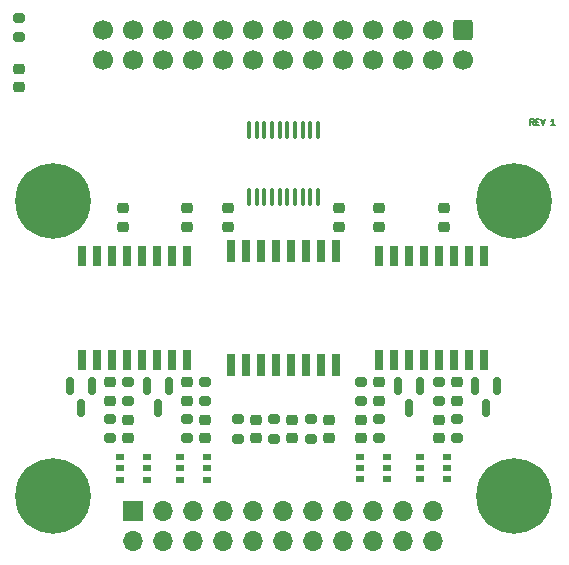
<source format=gbr>
%TF.GenerationSoftware,KiCad,Pcbnew,8.0.1-rc1*%
%TF.CreationDate,2024-04-23T21:38:59-07:00*%
%TF.ProjectId,DSS-SSR4E,4453532d-5353-4523-9445-2e6b69636164,rev?*%
%TF.SameCoordinates,Original*%
%TF.FileFunction,Soldermask,Top*%
%TF.FilePolarity,Negative*%
%FSLAX46Y46*%
G04 Gerber Fmt 4.6, Leading zero omitted, Abs format (unit mm)*
G04 Created by KiCad (PCBNEW 8.0.1-rc1) date 2024-04-23 21:38:59*
%MOMM*%
%LPD*%
G01*
G04 APERTURE LIST*
G04 Aperture macros list*
%AMRoundRect*
0 Rectangle with rounded corners*
0 $1 Rounding radius*
0 $2 $3 $4 $5 $6 $7 $8 $9 X,Y pos of 4 corners*
0 Add a 4 corners polygon primitive as box body*
4,1,4,$2,$3,$4,$5,$6,$7,$8,$9,$2,$3,0*
0 Add four circle primitives for the rounded corners*
1,1,$1+$1,$2,$3*
1,1,$1+$1,$4,$5*
1,1,$1+$1,$6,$7*
1,1,$1+$1,$8,$9*
0 Add four rect primitives between the rounded corners*
20,1,$1+$1,$2,$3,$4,$5,0*
20,1,$1+$1,$4,$5,$6,$7,0*
20,1,$1+$1,$6,$7,$8,$9,0*
20,1,$1+$1,$8,$9,$2,$3,0*%
G04 Aperture macros list end*
%ADD10C,0.127000*%
%ADD11RoundRect,0.150000X-0.150000X0.587500X-0.150000X-0.587500X0.150000X-0.587500X0.150000X0.587500X0*%
%ADD12C,0.800000*%
%ADD13C,6.400000*%
%ADD14RoundRect,0.225000X0.250000X-0.225000X0.250000X0.225000X-0.250000X0.225000X-0.250000X-0.225000X0*%
%ADD15RoundRect,0.200000X0.275000X-0.200000X0.275000X0.200000X-0.275000X0.200000X-0.275000X-0.200000X0*%
%ADD16RoundRect,0.200000X-0.275000X0.200000X-0.275000X-0.200000X0.275000X-0.200000X0.275000X0.200000X0*%
%ADD17RoundRect,0.042840X0.314160X-0.896660X0.314160X0.896660X-0.314160X0.896660X-0.314160X-0.896660X0*%
%ADD18R,0.700000X0.510000*%
%ADD19RoundRect,0.218750X-0.256250X0.218750X-0.256250X-0.218750X0.256250X-0.218750X0.256250X0.218750X0*%
%ADD20RoundRect,0.218750X0.256250X-0.218750X0.256250X0.218750X-0.256250X0.218750X-0.256250X-0.218750X0*%
%ADD21RoundRect,0.225000X-0.250000X0.225000X-0.250000X-0.225000X0.250000X-0.225000X0.250000X0.225000X0*%
%ADD22RoundRect,0.100000X-0.100000X0.637500X-0.100000X-0.637500X0.100000X-0.637500X0.100000X0.637500X0*%
%ADD23R,0.760000X1.700000*%
%ADD24RoundRect,0.250000X-0.600000X0.600000X-0.600000X-0.600000X0.600000X-0.600000X0.600000X0.600000X0*%
%ADD25C,1.700000*%
%ADD26R,1.700000X1.700000*%
%ADD27O,1.700000X1.700000*%
G04 APERTURE END LIST*
D10*
X245706790Y-86996226D02*
X245537456Y-86754321D01*
X245416504Y-86996226D02*
X245416504Y-86488226D01*
X245416504Y-86488226D02*
X245610028Y-86488226D01*
X245610028Y-86488226D02*
X245658409Y-86512416D01*
X245658409Y-86512416D02*
X245682599Y-86536607D01*
X245682599Y-86536607D02*
X245706790Y-86584988D01*
X245706790Y-86584988D02*
X245706790Y-86657559D01*
X245706790Y-86657559D02*
X245682599Y-86705940D01*
X245682599Y-86705940D02*
X245658409Y-86730131D01*
X245658409Y-86730131D02*
X245610028Y-86754321D01*
X245610028Y-86754321D02*
X245416504Y-86754321D01*
X245924504Y-86730131D02*
X246093837Y-86730131D01*
X246166409Y-86996226D02*
X245924504Y-86996226D01*
X245924504Y-86996226D02*
X245924504Y-86488226D01*
X245924504Y-86488226D02*
X246166409Y-86488226D01*
X246311551Y-86488226D02*
X246480885Y-86996226D01*
X246480885Y-86996226D02*
X246650218Y-86488226D01*
X247472695Y-86996226D02*
X247182409Y-86996226D01*
X247327552Y-86996226D02*
X247327552Y-86488226D01*
X247327552Y-86488226D02*
X247279171Y-86560797D01*
X247279171Y-86560797D02*
X247230790Y-86609178D01*
X247230790Y-86609178D02*
X247182409Y-86633369D01*
D11*
%TO.C,D3*%
X214818400Y-109063700D03*
X212918400Y-109063700D03*
X213868400Y-110938700D03*
%TD*%
D12*
%TO.C,H2*%
X244018200Y-91015000D03*
X245715256Y-91717944D03*
X242321144Y-91717944D03*
X246418200Y-93415000D03*
D13*
X244018200Y-93415000D03*
D12*
X241618200Y-93415000D03*
X245715256Y-95112056D03*
X242321144Y-95112056D03*
X244018200Y-95815000D03*
X244018200Y-116015000D03*
X245715256Y-116717944D03*
X242321144Y-116717944D03*
X246418200Y-118415000D03*
D13*
X244018200Y-118415000D03*
D12*
X241618200Y-118415000D03*
X245715256Y-120112056D03*
X242321144Y-120112056D03*
X244018200Y-120815000D03*
%TD*%
D14*
%TO.C,C12*%
X225273000Y-113494000D03*
X225273000Y-111944000D03*
%TD*%
D15*
%TO.C,R1*%
X202133600Y-79558800D03*
X202133600Y-77908800D03*
%TD*%
D16*
%TO.C,R4*%
X226809700Y-111894000D03*
X226809700Y-113544000D03*
%TD*%
D14*
%TO.C,C7*%
X209855200Y-110319000D03*
X209855200Y-108769000D03*
%TD*%
D17*
%TO.C,U2*%
X220066000Y-107335000D03*
X221336000Y-107335000D03*
X222606000Y-107335000D03*
X223876000Y-107335000D03*
X225146000Y-107335000D03*
X226416000Y-107335000D03*
X227686000Y-107335000D03*
X228956000Y-107335000D03*
X228956000Y-97610000D03*
X227686000Y-97610000D03*
X226416000Y-97610000D03*
X225146000Y-97610000D03*
X223876000Y-97610000D03*
X222606000Y-97610000D03*
X221336000Y-97610000D03*
X220066000Y-97610000D03*
%TD*%
D16*
%TO.C,R10*%
X217907000Y-108719000D03*
X217907000Y-110369000D03*
%TD*%
%TO.C,R8*%
X239166800Y-111855900D03*
X239166800Y-113505900D03*
%TD*%
D14*
%TO.C,C4*%
X229210000Y-95587000D03*
X229210000Y-94037000D03*
%TD*%
D18*
%TO.C,Q4*%
X238371000Y-116971000D03*
X238371000Y-116021000D03*
X238371000Y-115071000D03*
X236051000Y-115071000D03*
X236051000Y-116021000D03*
X236051000Y-116971000D03*
%TD*%
%TO.C,Q2*%
X215723110Y-115100049D03*
X215723110Y-116050049D03*
X215723110Y-117000049D03*
X218043110Y-117000049D03*
X218043110Y-116050049D03*
X218043110Y-115100049D03*
%TD*%
D14*
%TO.C,C2*%
X216383000Y-95587000D03*
X216383000Y-94037000D03*
%TD*%
D16*
%TO.C,R11*%
X231115000Y-108719000D03*
X231115000Y-110369000D03*
%TD*%
%TO.C,R2*%
X220688300Y-111894000D03*
X220688300Y-113544000D03*
%TD*%
D11*
%TO.C,D5*%
X242606000Y-109063700D03*
X240706000Y-109063700D03*
X241656000Y-110938700D03*
%TD*%
D14*
%TO.C,C6*%
X238100000Y-95587000D03*
X238100000Y-94037000D03*
%TD*%
D11*
%TO.C,D4*%
X236103600Y-109063700D03*
X234203600Y-109063700D03*
X235153600Y-110938700D03*
%TD*%
D14*
%TO.C,C11*%
X222212300Y-113494000D03*
X222212300Y-111944000D03*
%TD*%
D12*
%TO.C,H1*%
X205003800Y-91011800D03*
X206700856Y-91714744D03*
X203306744Y-91714744D03*
X207403800Y-93411800D03*
D13*
X205003800Y-93411800D03*
D12*
X202603800Y-93411800D03*
X206700856Y-95108856D03*
X203306744Y-95108856D03*
X205003800Y-95811800D03*
X205003800Y-116011800D03*
X206700856Y-116714744D03*
X203306744Y-116714744D03*
X207403800Y-118411800D03*
D13*
X205003800Y-118411800D03*
D12*
X202603800Y-118411800D03*
X206700856Y-120108856D03*
X203306744Y-120108856D03*
X205003800Y-120811800D03*
%TD*%
D19*
%TO.C,D1*%
X202133600Y-82213500D03*
X202133600Y-83788500D03*
%TD*%
D14*
%TO.C,C5*%
X232639000Y-95587000D03*
X232639000Y-94037000D03*
%TD*%
D20*
%TO.C,D6*%
X211379200Y-113506500D03*
X211379200Y-111931500D03*
%TD*%
D21*
%TO.C,C3*%
X219812000Y-94037000D03*
X219812000Y-95587000D03*
%TD*%
D22*
%TO.C,U1*%
X227436000Y-87377500D03*
X226786000Y-87377500D03*
X226136000Y-87377500D03*
X225486000Y-87377500D03*
X224836000Y-87377500D03*
X224186000Y-87377500D03*
X223536000Y-87377500D03*
X222886000Y-87377500D03*
X222236000Y-87377500D03*
X221586000Y-87377500D03*
X221586000Y-93102500D03*
X222236000Y-93102500D03*
X222886000Y-93102500D03*
X223536000Y-93102500D03*
X224186000Y-93102500D03*
X224836000Y-93102500D03*
X225486000Y-93102500D03*
X226136000Y-93102500D03*
X226786000Y-93102500D03*
X227436000Y-93102500D03*
%TD*%
D23*
%TO.C,TR1*%
X216383000Y-98072500D03*
X215113000Y-98072500D03*
X213843000Y-98072500D03*
X212573000Y-98072500D03*
X211303000Y-98072500D03*
X210033000Y-98072500D03*
X208763000Y-98072500D03*
X207493000Y-98072500D03*
X207493000Y-106872500D03*
X208763000Y-106872500D03*
X210033000Y-106872500D03*
X211303000Y-106872500D03*
X212573000Y-106872500D03*
X213843000Y-106872500D03*
X215113000Y-106872500D03*
X216383000Y-106872500D03*
%TD*%
D16*
%TO.C,R12*%
X237642800Y-108719000D03*
X237642800Y-110369000D03*
%TD*%
D14*
%TO.C,C8*%
X216383000Y-110319000D03*
X216383000Y-108769000D03*
%TD*%
D20*
%TO.C,D9*%
X237642800Y-113506500D03*
X237642800Y-111931500D03*
%TD*%
D11*
%TO.C,D2*%
X208316000Y-109063700D03*
X206416000Y-109063700D03*
X207366000Y-110938700D03*
%TD*%
D20*
%TO.C,D8*%
X231115000Y-113506500D03*
X231115000Y-111931500D03*
%TD*%
%TO.C,D7*%
X217907000Y-113506500D03*
X217907000Y-111931500D03*
%TD*%
D24*
%TO.C,J1*%
X239751000Y-78911600D03*
D25*
X239751000Y-81451600D03*
X237211000Y-78911600D03*
X237211000Y-81451600D03*
X234671000Y-78911600D03*
X234671000Y-81451600D03*
X232131000Y-78911600D03*
X232131000Y-81451600D03*
X229591000Y-78911600D03*
X229591000Y-81451600D03*
X227051000Y-78911600D03*
X227051000Y-81451600D03*
X224511000Y-78911600D03*
X224511000Y-81451600D03*
X221971000Y-78911600D03*
X221971000Y-81451600D03*
X219431000Y-78911600D03*
X219431000Y-81451600D03*
X216891000Y-78911600D03*
X216891000Y-81451600D03*
X214351000Y-78911600D03*
X214351000Y-81451600D03*
X211811000Y-78911600D03*
X211811000Y-81451600D03*
X209271000Y-78911600D03*
X209271000Y-81451600D03*
%TD*%
D18*
%TO.C,Q3*%
X233291000Y-116971000D03*
X233291000Y-116021000D03*
X233291000Y-115071000D03*
X230971000Y-115071000D03*
X230971000Y-116021000D03*
X230971000Y-116971000D03*
%TD*%
D16*
%TO.C,R7*%
X232639000Y-111855900D03*
X232639000Y-113505900D03*
%TD*%
D18*
%TO.C,Q1*%
X210643110Y-115100049D03*
X210643110Y-116050049D03*
X210643110Y-117000049D03*
X212963110Y-117000049D03*
X212963110Y-116050049D03*
X212963110Y-115100049D03*
%TD*%
D14*
%TO.C,C9*%
X232639000Y-110319000D03*
X232639000Y-108769000D03*
%TD*%
%TO.C,C1*%
X210922000Y-95587000D03*
X210922000Y-94037000D03*
%TD*%
D16*
%TO.C,R5*%
X209855200Y-111855900D03*
X209855200Y-113505900D03*
%TD*%
%TO.C,R6*%
X216383000Y-111855900D03*
X216383000Y-113505900D03*
%TD*%
%TO.C,R3*%
X223749000Y-111894000D03*
X223749000Y-113544000D03*
%TD*%
D14*
%TO.C,C10*%
X239166800Y-110319000D03*
X239166800Y-108769000D03*
%TD*%
D26*
%TO.C,J2*%
X211811000Y-119704000D03*
D27*
X211811000Y-122244000D03*
X214351000Y-119704000D03*
X214351000Y-122244000D03*
X216891000Y-119704000D03*
X216891000Y-122244000D03*
X219431000Y-119704000D03*
X219431000Y-122244000D03*
X221971000Y-119704000D03*
X221971000Y-122244000D03*
X224511000Y-119704000D03*
X224511000Y-122244000D03*
X227051000Y-119704000D03*
X227051000Y-122244000D03*
X229591000Y-119704000D03*
X229591000Y-122244000D03*
X232131000Y-119704000D03*
X232131000Y-122244000D03*
X234671000Y-119704000D03*
X234671000Y-122244000D03*
X237211000Y-119704000D03*
X237211000Y-122244000D03*
%TD*%
D14*
%TO.C,C13*%
X228333700Y-113494000D03*
X228333700Y-111944000D03*
%TD*%
D16*
%TO.C,R9*%
X211379200Y-108719000D03*
X211379200Y-110369000D03*
%TD*%
D23*
%TO.C,TR2*%
X241529000Y-98072500D03*
X240259000Y-98072500D03*
X238989000Y-98072500D03*
X237719000Y-98072500D03*
X236449000Y-98072500D03*
X235179000Y-98072500D03*
X233909000Y-98072500D03*
X232639000Y-98072500D03*
X232639000Y-106872500D03*
X233909000Y-106872500D03*
X235179000Y-106872500D03*
X236449000Y-106872500D03*
X237719000Y-106872500D03*
X238989000Y-106872500D03*
X240259000Y-106872500D03*
X241529000Y-106872500D03*
%TD*%
M02*

</source>
